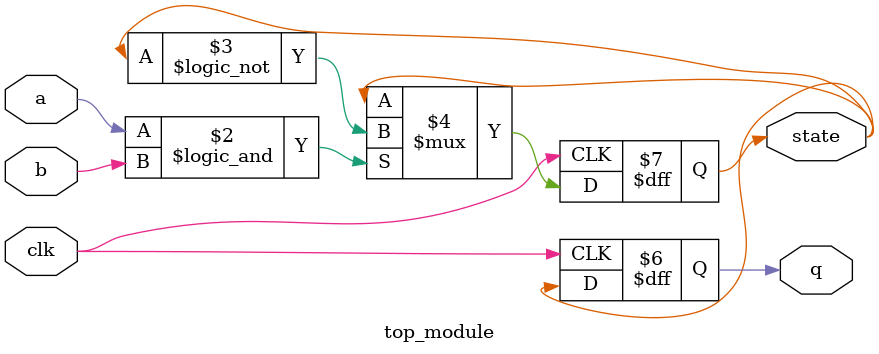
<source format=sv>
module top_module (
    input clk,
    input a,
    input b,
    output reg q,
    output reg state
);
    always @(posedge clk) begin
        if (a && b) begin
            state <= !state;
        end
        q <= state;
    end
endmodule

</source>
